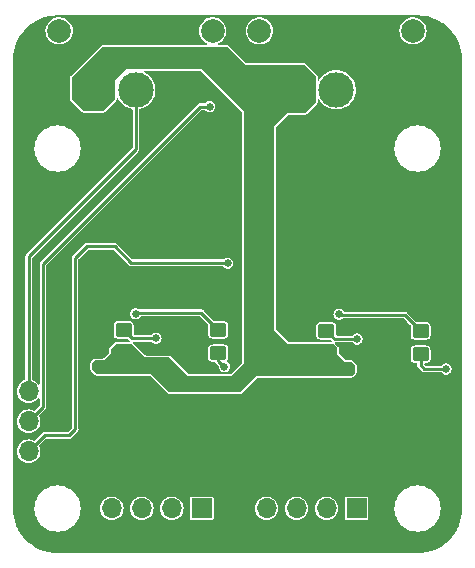
<source format=gbl>
G04 #@! TF.GenerationSoftware,KiCad,Pcbnew,7.0.1*
G04 #@! TF.CreationDate,2023-08-31T02:32:27+03:00*
G04 #@! TF.ProjectId,miranda-pdb,6d697261-6e64-4612-9d70-64622e6b6963,rev?*
G04 #@! TF.SameCoordinates,Original*
G04 #@! TF.FileFunction,Copper,L2,Bot*
G04 #@! TF.FilePolarity,Positive*
%FSLAX46Y46*%
G04 Gerber Fmt 4.6, Leading zero omitted, Abs format (unit mm)*
G04 Created by KiCad (PCBNEW 7.0.1) date 2023-08-31 02:32:27*
%MOMM*%
%LPD*%
G01*
G04 APERTURE LIST*
G04 Aperture macros list*
%AMRoundRect*
0 Rectangle with rounded corners*
0 $1 Rounding radius*
0 $2 $3 $4 $5 $6 $7 $8 $9 X,Y pos of 4 corners*
0 Add a 4 corners polygon primitive as box body*
4,1,4,$2,$3,$4,$5,$6,$7,$8,$9,$2,$3,0*
0 Add four circle primitives for the rounded corners*
1,1,$1+$1,$2,$3*
1,1,$1+$1,$4,$5*
1,1,$1+$1,$6,$7*
1,1,$1+$1,$8,$9*
0 Add four rect primitives between the rounded corners*
20,1,$1+$1,$2,$3,$4,$5,0*
20,1,$1+$1,$4,$5,$6,$7,0*
20,1,$1+$1,$6,$7,$8,$9,0*
20,1,$1+$1,$8,$9,$2,$3,0*%
G04 Aperture macros list end*
G04 #@! TA.AperFunction,ComponentPad*
%ADD10R,1.700000X1.700000*%
G04 #@! TD*
G04 #@! TA.AperFunction,ComponentPad*
%ADD11O,1.700000X1.700000*%
G04 #@! TD*
G04 #@! TA.AperFunction,ComponentPad*
%ADD12C,2.000000*%
G04 #@! TD*
G04 #@! TA.AperFunction,ComponentPad*
%ADD13C,3.000000*%
G04 #@! TD*
G04 #@! TA.AperFunction,SMDPad,CuDef*
%ADD14RoundRect,0.250000X0.450000X-0.350000X0.450000X0.350000X-0.450000X0.350000X-0.450000X-0.350000X0*%
G04 #@! TD*
G04 #@! TA.AperFunction,SMDPad,CuDef*
%ADD15RoundRect,0.250000X-0.450000X0.350000X-0.450000X-0.350000X0.450000X-0.350000X0.450000X0.350000X0*%
G04 #@! TD*
G04 #@! TA.AperFunction,ViaPad*
%ADD16C,0.650000*%
G04 #@! TD*
G04 #@! TA.AperFunction,Conductor*
%ADD17C,0.250000*%
G04 #@! TD*
G04 APERTURE END LIST*
D10*
X83780400Y-124699000D03*
D11*
X81240400Y-124699000D03*
X83780400Y-122159000D03*
X81240400Y-122159000D03*
X83780400Y-119619000D03*
X81240400Y-119619000D03*
D10*
X109006800Y-129528800D03*
D11*
X109006800Y-132068800D03*
X106466800Y-129528800D03*
X106466800Y-132068800D03*
X103926800Y-129528800D03*
X103926800Y-132068800D03*
X101386800Y-129528800D03*
X101386800Y-132068800D03*
D10*
X95900400Y-129528800D03*
D11*
X95900400Y-132068800D03*
X93360400Y-129528800D03*
X93360400Y-132068800D03*
X90820400Y-129528800D03*
X90820400Y-132068800D03*
X88280400Y-129528800D03*
X88280400Y-132068800D03*
D12*
X100789600Y-89086000D03*
X113789600Y-89086000D03*
D13*
X103789600Y-94086000D03*
X107289600Y-94086000D03*
X110789600Y-94086000D03*
D12*
X83827600Y-89081600D03*
X96827600Y-89081600D03*
D13*
X86827600Y-94081600D03*
X90327600Y-94081600D03*
X93827600Y-94081600D03*
D14*
X89280999Y-116406801D03*
X89280999Y-114406801D03*
D15*
X106451399Y-114483001D03*
X106451399Y-116483001D03*
X97307400Y-116397400D03*
X97307400Y-114397400D03*
X114427000Y-114483001D03*
X114427000Y-116483001D03*
D16*
X87934800Y-109474000D03*
X87934800Y-108610400D03*
X86817200Y-108610399D03*
X86817200Y-110337600D03*
X87934800Y-110337600D03*
X86817200Y-109474000D03*
X87934800Y-111201200D03*
X86817200Y-111201201D03*
X109982000Y-111252000D03*
X111099600Y-111252000D03*
X109982000Y-110388400D03*
X111099600Y-110388400D03*
X109982000Y-109524800D03*
X111099600Y-109524800D03*
X111099600Y-108661200D03*
X109982000Y-108661200D03*
X102412800Y-119938800D03*
X98094800Y-108762800D03*
X96570800Y-95504000D03*
X108813600Y-109016800D03*
X116941600Y-123190000D03*
X116941600Y-125831600D03*
X116941600Y-124510800D03*
X99771200Y-123291600D03*
X99771200Y-124612400D03*
X99771200Y-125933200D03*
X100482400Y-104190800D03*
X101346000Y-103378000D03*
X100431600Y-102514400D03*
X101295200Y-101904800D03*
X100431600Y-101041200D03*
X101346000Y-100330000D03*
X100431600Y-99517200D03*
X101396800Y-98704400D03*
X100431600Y-97993200D03*
X86258400Y-118618000D03*
X104495600Y-117754400D03*
X105511600Y-117754400D03*
X106476800Y-117754400D03*
X107442000Y-117754400D03*
X108305600Y-117754400D03*
X90932000Y-117602000D03*
X89966800Y-117602000D03*
X89052400Y-117551200D03*
X88138000Y-117551200D03*
X87223600Y-117551200D03*
X105181400Y-113908201D03*
X105943401Y-113349400D03*
X112953799Y-117616601D03*
X111887000Y-117616601D03*
X109042200Y-115178200D03*
X94716600Y-117565800D03*
X87350600Y-113197001D03*
X88823799Y-113197001D03*
X95783400Y-117565801D03*
X92024199Y-115127401D03*
X90297000Y-113044601D03*
X97815401Y-117515001D03*
X107518199Y-113095401D03*
X116586000Y-117718200D03*
X116408200Y-113349401D03*
X98424999Y-115432201D03*
D17*
X82597000Y-123342400D02*
X81240400Y-124699000D01*
X84683600Y-123342400D02*
X82597000Y-123342400D01*
X85191600Y-108305600D02*
X85191600Y-122834400D01*
X86156800Y-107340400D02*
X85191600Y-108305600D01*
X85191600Y-122834400D02*
X84683600Y-123342400D01*
X89916000Y-108712000D02*
X88544400Y-107340400D01*
X98044000Y-108712000D02*
X89916000Y-108712000D01*
X98094800Y-108762800D02*
X98044000Y-108712000D01*
X88544400Y-107340400D02*
X86156800Y-107340400D01*
X97307400Y-117007000D02*
X97307399Y-116397401D01*
X97815401Y-117515001D02*
X97307400Y-117007000D01*
X82448400Y-120951000D02*
X81240400Y-122159000D01*
X82448400Y-108813600D02*
X82448400Y-120951000D01*
X95758000Y-95504000D02*
X82448400Y-108813600D01*
X96570800Y-95504000D02*
X95758000Y-95504000D01*
X90327600Y-99105600D02*
X90327600Y-94081600D01*
X81240400Y-108192800D02*
X90327600Y-99105600D01*
X81240400Y-119619000D02*
X81240400Y-108192800D01*
X109042200Y-115178200D02*
X107146600Y-115178200D01*
X107146600Y-115178200D02*
X106451399Y-114482999D01*
X95852999Y-112943001D02*
X97307399Y-114397401D01*
X90398600Y-112943001D02*
X95852999Y-112943001D01*
X90297000Y-113044601D02*
X90398600Y-112943001D01*
X92024199Y-115127401D02*
X90001600Y-115127401D01*
X90001600Y-115127401D02*
X89281000Y-114406800D01*
X113090199Y-113146201D02*
X114427000Y-114483001D01*
X107568999Y-113146201D02*
X113090199Y-113146201D01*
X107518199Y-113095401D02*
X107568999Y-113146201D01*
X114731799Y-117718201D02*
X114427000Y-117413401D01*
X116586000Y-117718200D02*
X114731799Y-117718201D01*
X114427000Y-117413401D02*
X114427000Y-116483001D01*
G04 #@! TA.AperFunction,Conductor*
G36*
X114200211Y-87778188D02*
G01*
X114563673Y-87796044D01*
X114570871Y-87796753D01*
X114929029Y-87849882D01*
X114936151Y-87851299D01*
X115287356Y-87939271D01*
X115294306Y-87941379D01*
X115375077Y-87970279D01*
X115635210Y-88063355D01*
X115641912Y-88066131D01*
X115969218Y-88220936D01*
X115975608Y-88224351D01*
X116249966Y-88388794D01*
X116286174Y-88410497D01*
X116292212Y-88414532D01*
X116583029Y-88630217D01*
X116588628Y-88634813D01*
X116856902Y-88877962D01*
X116862037Y-88883097D01*
X117105181Y-89151364D01*
X117109788Y-89156977D01*
X117325467Y-89447787D01*
X117329502Y-89453825D01*
X117515644Y-89764383D01*
X117519067Y-89770788D01*
X117673866Y-90098084D01*
X117676645Y-90104793D01*
X117798620Y-90445693D01*
X117800728Y-90452643D01*
X117888700Y-90803848D01*
X117890117Y-90810970D01*
X117943244Y-91169113D01*
X117943956Y-91176340D01*
X117961811Y-91539788D01*
X117961900Y-91543419D01*
X117961900Y-129538181D01*
X117961811Y-129541812D01*
X117943956Y-129905259D01*
X117943244Y-129912486D01*
X117890117Y-130270629D01*
X117888700Y-130277751D01*
X117800728Y-130628956D01*
X117798620Y-130635906D01*
X117676645Y-130976806D01*
X117673866Y-130983515D01*
X117519067Y-131310811D01*
X117515644Y-131317216D01*
X117329502Y-131627774D01*
X117325467Y-131633812D01*
X117109788Y-131924622D01*
X117105181Y-131930235D01*
X116862037Y-132198502D01*
X116856902Y-132203637D01*
X116588635Y-132446781D01*
X116583022Y-132451388D01*
X116292212Y-132667067D01*
X116286174Y-132671102D01*
X115975616Y-132857244D01*
X115969211Y-132860667D01*
X115641915Y-133015466D01*
X115635206Y-133018245D01*
X115294306Y-133140220D01*
X115287356Y-133142328D01*
X114936151Y-133230300D01*
X114929029Y-133231717D01*
X114570886Y-133284844D01*
X114563659Y-133285556D01*
X114200212Y-133303411D01*
X114196581Y-133303500D01*
X83669419Y-133303500D01*
X83665788Y-133303411D01*
X83302340Y-133285556D01*
X83295113Y-133284844D01*
X82936970Y-133231717D01*
X82929848Y-133230300D01*
X82578643Y-133142328D01*
X82571693Y-133140220D01*
X82230793Y-133018245D01*
X82224084Y-133015466D01*
X81896788Y-132860667D01*
X81890383Y-132857244D01*
X81579825Y-132671102D01*
X81573787Y-132667067D01*
X81282977Y-132451388D01*
X81277364Y-132446781D01*
X81009097Y-132203637D01*
X81003962Y-132198502D01*
X80832364Y-132009173D01*
X80760813Y-131930228D01*
X80756217Y-131924629D01*
X80540532Y-131633812D01*
X80536497Y-131627774D01*
X80410303Y-131417233D01*
X80350351Y-131317208D01*
X80346932Y-131310811D01*
X80344087Y-131304796D01*
X80192131Y-130983512D01*
X80189354Y-130976806D01*
X80158473Y-130890500D01*
X80067379Y-130635906D01*
X80065271Y-130628956D01*
X79977299Y-130277751D01*
X79975882Y-130270629D01*
X79922753Y-129912471D01*
X79922044Y-129905273D01*
X79904188Y-129541811D01*
X79904144Y-129540000D01*
X81736514Y-129540000D01*
X81756428Y-129818432D01*
X81815766Y-130091207D01*
X81913319Y-130352755D01*
X82047097Y-130597752D01*
X82047100Y-130597756D01*
X82214387Y-130821225D01*
X82411775Y-131018613D01*
X82635244Y-131185900D01*
X82635247Y-131185902D01*
X82880244Y-131319680D01*
X82880247Y-131319681D01*
X83141794Y-131417234D01*
X83414563Y-131476571D01*
X83693000Y-131496485D01*
X83971437Y-131476571D01*
X84244206Y-131417234D01*
X84505753Y-131319681D01*
X84750756Y-131185900D01*
X84974225Y-131018613D01*
X85171613Y-130821225D01*
X85338900Y-130597756D01*
X85472681Y-130352753D01*
X85570234Y-130091206D01*
X85629571Y-129818437D01*
X85649485Y-129540000D01*
X85648684Y-129528800D01*
X87275059Y-129528800D01*
X87294376Y-129724932D01*
X87351586Y-129913528D01*
X87398037Y-130000432D01*
X87444490Y-130087338D01*
X87569517Y-130239683D01*
X87721862Y-130364710D01*
X87895673Y-130457614D01*
X88084268Y-130514824D01*
X88280400Y-130534141D01*
X88476532Y-130514824D01*
X88665127Y-130457614D01*
X88838938Y-130364710D01*
X88991283Y-130239683D01*
X89116310Y-130087338D01*
X89209214Y-129913527D01*
X89266424Y-129724932D01*
X89285741Y-129528800D01*
X89815059Y-129528800D01*
X89834376Y-129724932D01*
X89891586Y-129913528D01*
X89938037Y-130000432D01*
X89984490Y-130087338D01*
X90109517Y-130239683D01*
X90261862Y-130364710D01*
X90435673Y-130457614D01*
X90624268Y-130514824D01*
X90820400Y-130534141D01*
X91016532Y-130514824D01*
X91205127Y-130457614D01*
X91378938Y-130364710D01*
X91531283Y-130239683D01*
X91656310Y-130087338D01*
X91749214Y-129913527D01*
X91806424Y-129724932D01*
X91825741Y-129528800D01*
X92355059Y-129528800D01*
X92374376Y-129724932D01*
X92431586Y-129913528D01*
X92478037Y-130000432D01*
X92524490Y-130087338D01*
X92649517Y-130239683D01*
X92801862Y-130364710D01*
X92975673Y-130457614D01*
X93164268Y-130514824D01*
X93360400Y-130534141D01*
X93556532Y-130514824D01*
X93745127Y-130457614D01*
X93864851Y-130393620D01*
X94899900Y-130393620D01*
X94908633Y-130437522D01*
X94941896Y-130487304D01*
X94991678Y-130520567D01*
X95035580Y-130529300D01*
X96765219Y-130529300D01*
X96765220Y-130529300D01*
X96809122Y-130520567D01*
X96858904Y-130487304D01*
X96892167Y-130437522D01*
X96900900Y-130393620D01*
X96900900Y-129528800D01*
X100381459Y-129528800D01*
X100400776Y-129724932D01*
X100457986Y-129913528D01*
X100504437Y-130000432D01*
X100550890Y-130087338D01*
X100675917Y-130239683D01*
X100828262Y-130364710D01*
X101002073Y-130457614D01*
X101190668Y-130514824D01*
X101386800Y-130534141D01*
X101582932Y-130514824D01*
X101771527Y-130457614D01*
X101945338Y-130364710D01*
X102097683Y-130239683D01*
X102222710Y-130087338D01*
X102315614Y-129913527D01*
X102372824Y-129724932D01*
X102392141Y-129528800D01*
X102921459Y-129528800D01*
X102940776Y-129724932D01*
X102997986Y-129913528D01*
X103044437Y-130000432D01*
X103090890Y-130087338D01*
X103215917Y-130239683D01*
X103368262Y-130364710D01*
X103542073Y-130457614D01*
X103730668Y-130514824D01*
X103926800Y-130534141D01*
X104122932Y-130514824D01*
X104311527Y-130457614D01*
X104485338Y-130364710D01*
X104637683Y-130239683D01*
X104762710Y-130087338D01*
X104855614Y-129913527D01*
X104912824Y-129724932D01*
X104932141Y-129528800D01*
X105461459Y-129528800D01*
X105480776Y-129724932D01*
X105537986Y-129913528D01*
X105584437Y-130000432D01*
X105630890Y-130087338D01*
X105755917Y-130239683D01*
X105908262Y-130364710D01*
X106082073Y-130457614D01*
X106270668Y-130514824D01*
X106466800Y-130534141D01*
X106662932Y-130514824D01*
X106851527Y-130457614D01*
X106971251Y-130393620D01*
X108006300Y-130393620D01*
X108015033Y-130437522D01*
X108048296Y-130487304D01*
X108098078Y-130520567D01*
X108141980Y-130529300D01*
X109871619Y-130529300D01*
X109871620Y-130529300D01*
X109915522Y-130520567D01*
X109965304Y-130487304D01*
X109998567Y-130437522D01*
X110007300Y-130393620D01*
X110007300Y-129540000D01*
X112216514Y-129540000D01*
X112236428Y-129818432D01*
X112295766Y-130091207D01*
X112393319Y-130352755D01*
X112527097Y-130597752D01*
X112527100Y-130597756D01*
X112694387Y-130821225D01*
X112891775Y-131018613D01*
X113115244Y-131185900D01*
X113115247Y-131185902D01*
X113360244Y-131319680D01*
X113360247Y-131319681D01*
X113621794Y-131417234D01*
X113894563Y-131476571D01*
X114173000Y-131496485D01*
X114451437Y-131476571D01*
X114724206Y-131417234D01*
X114985753Y-131319681D01*
X115230756Y-131185900D01*
X115454225Y-131018613D01*
X115651613Y-130821225D01*
X115818900Y-130597756D01*
X115952681Y-130352753D01*
X116050234Y-130091206D01*
X116109571Y-129818437D01*
X116129485Y-129540000D01*
X116109571Y-129261563D01*
X116050234Y-128988794D01*
X115952681Y-128727247D01*
X115952680Y-128727244D01*
X115818902Y-128482247D01*
X115735199Y-128370433D01*
X115651613Y-128258775D01*
X115454225Y-128061387D01*
X115230756Y-127894100D01*
X115230752Y-127894097D01*
X114985755Y-127760319D01*
X114724207Y-127662766D01*
X114451432Y-127603428D01*
X114173000Y-127583514D01*
X113894567Y-127603428D01*
X113621792Y-127662766D01*
X113360244Y-127760319D01*
X113115247Y-127894097D01*
X112891775Y-128061387D01*
X112694387Y-128258775D01*
X112527097Y-128482247D01*
X112393319Y-128727244D01*
X112295766Y-128988792D01*
X112236428Y-129261567D01*
X112216514Y-129540000D01*
X110007300Y-129540000D01*
X110007300Y-128663980D01*
X109998567Y-128620078D01*
X109965304Y-128570296D01*
X109915522Y-128537033D01*
X109871620Y-128528300D01*
X108141980Y-128528300D01*
X108098078Y-128537033D01*
X108048296Y-128570296D01*
X108015033Y-128620078D01*
X108006300Y-128663980D01*
X108006300Y-130393620D01*
X106971251Y-130393620D01*
X107025338Y-130364710D01*
X107177683Y-130239683D01*
X107302710Y-130087338D01*
X107395614Y-129913527D01*
X107452824Y-129724932D01*
X107472141Y-129528800D01*
X107452824Y-129332668D01*
X107395614Y-129144073D01*
X107302710Y-128970262D01*
X107177683Y-128817917D01*
X107025338Y-128692890D01*
X106938432Y-128646437D01*
X106851528Y-128599986D01*
X106662932Y-128542776D01*
X106466800Y-128523459D01*
X106270667Y-128542776D01*
X106082071Y-128599986D01*
X105908262Y-128692890D01*
X105755917Y-128817917D01*
X105630890Y-128970262D01*
X105537986Y-129144071D01*
X105480776Y-129332667D01*
X105461459Y-129528800D01*
X104932141Y-129528800D01*
X104912824Y-129332668D01*
X104855614Y-129144073D01*
X104762710Y-128970262D01*
X104637683Y-128817917D01*
X104485338Y-128692890D01*
X104398432Y-128646437D01*
X104311528Y-128599986D01*
X104122932Y-128542776D01*
X103926800Y-128523459D01*
X103730667Y-128542776D01*
X103542071Y-128599986D01*
X103368262Y-128692890D01*
X103215917Y-128817917D01*
X103090890Y-128970262D01*
X102997986Y-129144071D01*
X102940776Y-129332667D01*
X102921459Y-129528800D01*
X102392141Y-129528800D01*
X102372824Y-129332668D01*
X102315614Y-129144073D01*
X102222710Y-128970262D01*
X102097683Y-128817917D01*
X101945338Y-128692890D01*
X101858432Y-128646437D01*
X101771528Y-128599986D01*
X101582932Y-128542776D01*
X101386800Y-128523459D01*
X101190667Y-128542776D01*
X101002071Y-128599986D01*
X100828262Y-128692890D01*
X100675917Y-128817917D01*
X100550890Y-128970262D01*
X100457986Y-129144071D01*
X100400776Y-129332667D01*
X100381459Y-129528800D01*
X96900900Y-129528800D01*
X96900900Y-128663980D01*
X96892167Y-128620078D01*
X96858904Y-128570296D01*
X96809122Y-128537033D01*
X96765220Y-128528300D01*
X95035580Y-128528300D01*
X94991678Y-128537033D01*
X94941896Y-128570296D01*
X94908633Y-128620078D01*
X94899900Y-128663980D01*
X94899900Y-130393620D01*
X93864851Y-130393620D01*
X93918938Y-130364710D01*
X94071283Y-130239683D01*
X94196310Y-130087338D01*
X94289214Y-129913527D01*
X94346424Y-129724932D01*
X94365741Y-129528800D01*
X94346424Y-129332668D01*
X94289214Y-129144073D01*
X94196310Y-128970262D01*
X94071283Y-128817917D01*
X93918938Y-128692890D01*
X93832032Y-128646437D01*
X93745128Y-128599986D01*
X93556532Y-128542776D01*
X93360400Y-128523459D01*
X93164267Y-128542776D01*
X92975671Y-128599986D01*
X92801862Y-128692890D01*
X92649517Y-128817917D01*
X92524490Y-128970262D01*
X92431586Y-129144071D01*
X92374376Y-129332667D01*
X92355059Y-129528800D01*
X91825741Y-129528800D01*
X91806424Y-129332668D01*
X91749214Y-129144073D01*
X91656310Y-128970262D01*
X91531283Y-128817917D01*
X91378938Y-128692890D01*
X91292032Y-128646437D01*
X91205128Y-128599986D01*
X91016532Y-128542776D01*
X90820400Y-128523459D01*
X90624267Y-128542776D01*
X90435671Y-128599986D01*
X90261862Y-128692890D01*
X90109517Y-128817917D01*
X89984490Y-128970262D01*
X89891586Y-129144071D01*
X89834376Y-129332667D01*
X89815059Y-129528800D01*
X89285741Y-129528800D01*
X89266424Y-129332668D01*
X89209214Y-129144073D01*
X89116310Y-128970262D01*
X88991283Y-128817917D01*
X88838938Y-128692890D01*
X88752032Y-128646437D01*
X88665128Y-128599986D01*
X88476532Y-128542776D01*
X88280400Y-128523459D01*
X88084267Y-128542776D01*
X87895671Y-128599986D01*
X87721862Y-128692890D01*
X87569517Y-128817917D01*
X87444490Y-128970262D01*
X87351586Y-129144071D01*
X87294376Y-129332667D01*
X87275059Y-129528800D01*
X85648684Y-129528800D01*
X85629571Y-129261563D01*
X85570234Y-128988794D01*
X85472681Y-128727247D01*
X85472680Y-128727244D01*
X85338902Y-128482247D01*
X85255199Y-128370433D01*
X85171613Y-128258775D01*
X84974225Y-128061387D01*
X84750756Y-127894100D01*
X84750752Y-127894097D01*
X84505755Y-127760319D01*
X84244207Y-127662766D01*
X83971432Y-127603428D01*
X83693000Y-127583514D01*
X83414567Y-127603428D01*
X83141792Y-127662766D01*
X82880244Y-127760319D01*
X82635247Y-127894097D01*
X82411775Y-128061387D01*
X82214387Y-128258775D01*
X82047097Y-128482247D01*
X81913319Y-128727244D01*
X81815766Y-128988792D01*
X81756428Y-129261567D01*
X81736514Y-129540000D01*
X79904144Y-129540000D01*
X79904100Y-129538181D01*
X79904100Y-124699000D01*
X80235059Y-124699000D01*
X80254376Y-124895132D01*
X80311586Y-125083728D01*
X80358037Y-125170632D01*
X80404490Y-125257538D01*
X80529517Y-125409883D01*
X80681862Y-125534910D01*
X80855673Y-125627814D01*
X81044268Y-125685024D01*
X81240400Y-125704341D01*
X81436532Y-125685024D01*
X81625127Y-125627814D01*
X81798938Y-125534910D01*
X81951283Y-125409883D01*
X82076310Y-125257538D01*
X82169214Y-125083727D01*
X82226424Y-124895132D01*
X82245741Y-124699000D01*
X82226424Y-124502868D01*
X82169214Y-124314273D01*
X82141277Y-124262008D01*
X82133341Y-124216268D01*
X82154212Y-124174802D01*
X82689441Y-123639574D01*
X82713449Y-123623533D01*
X82741768Y-123617900D01*
X84649180Y-123617900D01*
X84663615Y-123619321D01*
X84683600Y-123623297D01*
X84710732Y-123617900D01*
X84710733Y-123617900D01*
X84791095Y-123601915D01*
X84833065Y-123573871D01*
X84859222Y-123556394D01*
X84859222Y-123556392D01*
X84867237Y-123551038D01*
X84867239Y-123551036D01*
X84882224Y-123541024D01*
X84893548Y-123524076D01*
X84902741Y-123512874D01*
X85362073Y-123053541D01*
X85373281Y-123044344D01*
X85390224Y-123033024D01*
X85415692Y-122994910D01*
X85451115Y-122941895D01*
X85451114Y-122941895D01*
X85458494Y-122930850D01*
X85456280Y-122915924D01*
X85468522Y-122854384D01*
X85468522Y-122854379D01*
X85472496Y-122834399D01*
X85468522Y-122814421D01*
X85467100Y-122799984D01*
X85467100Y-113044601D01*
X89816610Y-113044601D01*
X89836068Y-113179942D01*
X89892870Y-113304320D01*
X89982410Y-113407656D01*
X90013031Y-113427334D01*
X90097439Y-113481579D01*
X90141170Y-113494419D01*
X90228631Y-113520101D01*
X90228633Y-113520101D01*
X90365367Y-113520101D01*
X90365369Y-113520101D01*
X90430964Y-113500839D01*
X90496561Y-113481579D01*
X90611589Y-113407656D01*
X90701130Y-113304319D01*
X90720566Y-113261759D01*
X90747872Y-113230248D01*
X90787879Y-113218501D01*
X95708231Y-113218501D01*
X95736550Y-113224134D01*
X95760557Y-113240175D01*
X96441089Y-113920707D01*
X96459141Y-113950165D01*
X96461852Y-113984607D01*
X96456900Y-114015878D01*
X96456900Y-114778918D01*
X96471753Y-114872703D01*
X96527194Y-114981512D01*
X96529350Y-114985742D01*
X96619058Y-115075450D01*
X96732096Y-115133046D01*
X96825881Y-115147900D01*
X97788918Y-115147899D01*
X97882704Y-115133046D01*
X97995742Y-115075450D01*
X98085450Y-114985742D01*
X98143046Y-114872704D01*
X98157900Y-114778919D01*
X98157899Y-114015882D01*
X98157898Y-114015878D01*
X98143046Y-113922096D01*
X98129067Y-113894661D01*
X98085450Y-113809058D01*
X97995742Y-113719350D01*
X97995739Y-113719348D01*
X97882705Y-113661754D01*
X97788919Y-113646900D01*
X96977166Y-113646900D01*
X96948847Y-113641267D01*
X96924840Y-113625226D01*
X96072144Y-112772530D01*
X96062941Y-112761316D01*
X96051623Y-112744377D01*
X96034678Y-112733054D01*
X96034673Y-112733050D01*
X96002464Y-112711529D01*
X95960493Y-112683485D01*
X95872986Y-112666079D01*
X95872982Y-112666079D01*
X95852999Y-112662104D01*
X95833014Y-112666079D01*
X95818579Y-112667501D01*
X90611462Y-112667501D01*
X90571455Y-112655754D01*
X90496559Y-112607622D01*
X90365369Y-112569101D01*
X90365367Y-112569101D01*
X90228633Y-112569101D01*
X90228631Y-112569101D01*
X90097440Y-112607622D01*
X89982410Y-112681545D01*
X89892870Y-112784881D01*
X89836068Y-112909259D01*
X89816610Y-113044601D01*
X85467100Y-113044601D01*
X85467100Y-108450368D01*
X85472733Y-108422049D01*
X85488774Y-108398042D01*
X86249242Y-107637574D01*
X86273249Y-107621533D01*
X86301568Y-107615900D01*
X88399632Y-107615900D01*
X88427951Y-107621533D01*
X88451958Y-107637574D01*
X89696854Y-108882470D01*
X89706052Y-108893677D01*
X89717376Y-108910624D01*
X89731487Y-108920053D01*
X89734316Y-108921943D01*
X89734318Y-108921945D01*
X89740378Y-108925994D01*
X89808505Y-108971515D01*
X89896016Y-108988922D01*
X89915999Y-108992897D01*
X89915999Y-108992896D01*
X89916000Y-108992897D01*
X89935984Y-108988921D01*
X89950420Y-108987500D01*
X97627121Y-108987500D01*
X97667133Y-108999250D01*
X97681773Y-109016149D01*
X97683703Y-109014478D01*
X97780210Y-109125855D01*
X97837725Y-109162816D01*
X97895239Y-109199778D01*
X97938970Y-109212618D01*
X98026431Y-109238300D01*
X98026433Y-109238300D01*
X98163167Y-109238300D01*
X98163169Y-109238300D01*
X98228763Y-109219039D01*
X98294361Y-109199778D01*
X98409389Y-109125855D01*
X98498930Y-109022518D01*
X98555731Y-108898142D01*
X98575190Y-108762800D01*
X98555731Y-108627458D01*
X98498930Y-108503082D01*
X98498929Y-108503081D01*
X98498929Y-108503080D01*
X98409389Y-108399744D01*
X98294359Y-108325821D01*
X98163169Y-108287300D01*
X98163167Y-108287300D01*
X98026433Y-108287300D01*
X98026431Y-108287300D01*
X97895240Y-108325821D01*
X97780211Y-108399744D01*
X97770494Y-108410959D01*
X97745309Y-108429813D01*
X97714568Y-108436500D01*
X90060768Y-108436500D01*
X90032449Y-108430867D01*
X90008442Y-108414826D01*
X88763545Y-107169929D01*
X88754342Y-107158715D01*
X88743024Y-107141776D01*
X88726079Y-107130453D01*
X88726074Y-107130449D01*
X88693865Y-107108928D01*
X88651894Y-107080884D01*
X88564387Y-107063478D01*
X88564383Y-107063478D01*
X88544400Y-107059503D01*
X88524415Y-107063478D01*
X88509980Y-107064900D01*
X86191220Y-107064900D01*
X86176784Y-107063478D01*
X86156800Y-107059503D01*
X86136817Y-107063478D01*
X86136812Y-107063478D01*
X86049303Y-107080884D01*
X86007334Y-107108927D01*
X86007333Y-107108927D01*
X86007334Y-107108928D01*
X85981178Y-107126406D01*
X85981177Y-107126406D01*
X85958175Y-107141775D01*
X85946854Y-107158718D01*
X85937653Y-107169929D01*
X85021129Y-108086453D01*
X85009919Y-108095653D01*
X84992976Y-108106975D01*
X84936133Y-108192045D01*
X84926932Y-108203257D01*
X84926123Y-108204065D01*
X84927705Y-108220124D01*
X84910702Y-108305599D01*
X84914678Y-108325582D01*
X84916100Y-108340020D01*
X84916100Y-122689632D01*
X84910467Y-122717951D01*
X84894426Y-122741958D01*
X84591158Y-123045226D01*
X84567151Y-123061267D01*
X84538832Y-123066900D01*
X82631420Y-123066900D01*
X82616984Y-123065478D01*
X82597000Y-123061503D01*
X82577017Y-123065478D01*
X82577014Y-123065478D01*
X82489504Y-123082885D01*
X82472998Y-123093915D01*
X82472996Y-123093916D01*
X82425240Y-123125823D01*
X82425239Y-123125826D01*
X82398375Y-123143776D01*
X82387054Y-123160718D01*
X82377853Y-123171929D01*
X81764598Y-123785184D01*
X81723130Y-123806057D01*
X81677389Y-123798120D01*
X81625130Y-123770187D01*
X81436532Y-123712976D01*
X81240400Y-123693659D01*
X81044267Y-123712976D01*
X80855671Y-123770186D01*
X80681862Y-123863090D01*
X80529517Y-123988117D01*
X80404490Y-124140462D01*
X80311586Y-124314271D01*
X80254376Y-124502867D01*
X80235059Y-124699000D01*
X79904100Y-124699000D01*
X79904100Y-122159000D01*
X80235059Y-122159000D01*
X80254376Y-122355132D01*
X80311586Y-122543728D01*
X80358038Y-122630632D01*
X80404490Y-122717538D01*
X80529517Y-122869883D01*
X80681862Y-122994910D01*
X80855673Y-123087814D01*
X81044268Y-123145024D01*
X81240400Y-123164341D01*
X81436532Y-123145024D01*
X81625127Y-123087814D01*
X81798938Y-122994910D01*
X81951283Y-122869883D01*
X82076310Y-122717538D01*
X82169214Y-122543727D01*
X82226424Y-122355132D01*
X82245741Y-122159000D01*
X82226424Y-121962868D01*
X82169214Y-121774273D01*
X82141277Y-121722008D01*
X82133341Y-121676268D01*
X82154212Y-121634802D01*
X82618873Y-121170141D01*
X82630081Y-121160944D01*
X82647024Y-121149624D01*
X82707915Y-121058495D01*
X82723900Y-120978133D01*
X82723900Y-120978132D01*
X82729297Y-120951000D01*
X82725321Y-120931015D01*
X82723900Y-120916580D01*
X82723900Y-108958368D01*
X82729533Y-108930049D01*
X82745574Y-108906042D01*
X95850442Y-95801174D01*
X95874449Y-95785133D01*
X95902768Y-95779500D01*
X96146550Y-95779500D01*
X96177291Y-95786187D01*
X96202476Y-95805041D01*
X96256210Y-95867055D01*
X96313724Y-95904016D01*
X96371239Y-95940978D01*
X96412645Y-95953136D01*
X96502431Y-95979500D01*
X96502433Y-95979500D01*
X96639167Y-95979500D01*
X96639169Y-95979500D01*
X96704764Y-95960238D01*
X96770361Y-95940978D01*
X96885389Y-95867055D01*
X96974930Y-95763718D01*
X97031731Y-95639342D01*
X97051190Y-95504000D01*
X97031731Y-95368658D01*
X96974930Y-95244282D01*
X96974929Y-95244281D01*
X96974929Y-95244280D01*
X96885389Y-95140944D01*
X96770359Y-95067021D01*
X96639169Y-95028500D01*
X96639167Y-95028500D01*
X96502433Y-95028500D01*
X96502431Y-95028500D01*
X96371240Y-95067021D01*
X96256210Y-95140944D01*
X96202476Y-95202959D01*
X96177291Y-95221813D01*
X96146550Y-95228500D01*
X95792420Y-95228500D01*
X95777984Y-95227078D01*
X95758000Y-95223103D01*
X95738017Y-95227078D01*
X95738014Y-95227078D01*
X95650504Y-95244485D01*
X95638826Y-95252289D01*
X95638824Y-95252290D01*
X95586240Y-95287423D01*
X95586239Y-95287426D01*
X95559375Y-95305376D01*
X95548054Y-95322318D01*
X95538853Y-95333529D01*
X82277929Y-108594453D01*
X82266719Y-108603653D01*
X82249777Y-108614974D01*
X82188884Y-108706105D01*
X82177608Y-108762800D01*
X82177608Y-108762801D01*
X82167502Y-108813599D01*
X82171478Y-108833582D01*
X82172900Y-108848020D01*
X82172900Y-118971342D01*
X82159401Y-119013952D01*
X82123830Y-119041016D01*
X82079163Y-119042661D01*
X82041698Y-119018287D01*
X81951283Y-118908117D01*
X81798938Y-118783090D01*
X81712032Y-118736637D01*
X81625128Y-118690186D01*
X81599441Y-118682394D01*
X81568418Y-118672983D01*
X81530463Y-118646252D01*
X81515900Y-118602170D01*
X81515900Y-108337568D01*
X81521533Y-108309249D01*
X81537574Y-108285242D01*
X82763313Y-107059503D01*
X90498073Y-99324741D01*
X90509281Y-99315544D01*
X90526224Y-99304224D01*
X90553115Y-99263980D01*
X90587115Y-99213095D01*
X90595951Y-99168672D01*
X90603100Y-99132733D01*
X90603100Y-99132729D01*
X90608496Y-99105600D01*
X90604521Y-99085619D01*
X90603100Y-99071184D01*
X90603100Y-95771195D01*
X90618987Y-95725382D01*
X90659825Y-95699240D01*
X90839207Y-95656174D01*
X90839208Y-95656173D01*
X90839210Y-95656173D01*
X91079228Y-95556754D01*
X91300740Y-95421012D01*
X91498289Y-95252289D01*
X91667012Y-95054740D01*
X91802754Y-94833228D01*
X91902173Y-94593210D01*
X91962821Y-94340594D01*
X91983204Y-94081600D01*
X91962821Y-93822606D01*
X91903230Y-93574392D01*
X91902174Y-93569992D01*
X91890112Y-93540873D01*
X91802754Y-93329972D01*
X91667012Y-93108460D01*
X91656590Y-93096257D01*
X91498289Y-92910910D01*
X91300744Y-92742191D01*
X91300742Y-92742189D01*
X91300740Y-92742188D01*
X91079228Y-92606446D01*
X91079225Y-92606445D01*
X91079224Y-92606444D01*
X91072560Y-92603684D01*
X91067206Y-92601466D01*
X91030263Y-92567983D01*
X91022948Y-92518663D01*
X91048581Y-92475897D01*
X91095526Y-92459100D01*
X95764538Y-92459100D01*
X95792857Y-92464733D01*
X95816864Y-92480774D01*
X99289226Y-95953136D01*
X99305267Y-95977143D01*
X99310900Y-96005462D01*
X99310900Y-117151338D01*
X99305267Y-117179657D01*
X99289226Y-117203664D01*
X98356864Y-118136026D01*
X98332857Y-118152067D01*
X98304538Y-118157700D01*
X94837062Y-118157700D01*
X94808743Y-118152067D01*
X94784736Y-118136026D01*
X93427628Y-116778918D01*
X96456900Y-116778918D01*
X96471753Y-116872703D01*
X96521502Y-116970339D01*
X96529350Y-116985742D01*
X96619058Y-117075450D01*
X96732096Y-117133046D01*
X96825881Y-117147900D01*
X97030651Y-117147899D01*
X97065534Y-117156637D01*
X97092179Y-117180786D01*
X97108775Y-117205623D01*
X97125715Y-117216942D01*
X97136929Y-117226145D01*
X97320228Y-117409444D01*
X97338115Y-117438400D01*
X97341149Y-117472299D01*
X97335010Y-117514999D01*
X97354469Y-117650342D01*
X97411271Y-117774720D01*
X97500811Y-117878056D01*
X97558326Y-117915017D01*
X97615840Y-117951979D01*
X97659571Y-117964819D01*
X97747032Y-117990501D01*
X97747034Y-117990501D01*
X97883768Y-117990501D01*
X97883770Y-117990501D01*
X97949365Y-117971239D01*
X98014962Y-117951979D01*
X98129990Y-117878056D01*
X98219531Y-117774719D01*
X98276332Y-117650343D01*
X98295791Y-117515001D01*
X98276332Y-117379659D01*
X98219531Y-117255283D01*
X98219530Y-117255282D01*
X98219530Y-117255281D01*
X98129990Y-117151945D01*
X98078946Y-117119142D01*
X98050927Y-117086019D01*
X98046291Y-117042883D01*
X98066626Y-117004564D01*
X98085450Y-116985742D01*
X98143046Y-116872704D01*
X98157900Y-116778919D01*
X98157899Y-116015882D01*
X98156602Y-116007695D01*
X98143046Y-115922096D01*
X98129067Y-115894661D01*
X98085450Y-115809058D01*
X97995742Y-115719350D01*
X97995739Y-115719348D01*
X97882705Y-115661754D01*
X97831853Y-115653700D01*
X97788918Y-115646900D01*
X96825881Y-115646900D01*
X96732096Y-115661753D01*
X96619059Y-115719349D01*
X96529348Y-115809060D01*
X96471754Y-115922094D01*
X96456900Y-116015881D01*
X96456900Y-116778918D01*
X93427628Y-116778918D01*
X93298824Y-116650114D01*
X93275270Y-116630784D01*
X93251257Y-116614739D01*
X93195202Y-116591520D01*
X93166891Y-116585889D01*
X93166889Y-116585888D01*
X93166885Y-116585888D01*
X93136548Y-116582900D01*
X93136543Y-116582900D01*
X91179462Y-116582900D01*
X91151143Y-116577267D01*
X91127136Y-116561226D01*
X90095137Y-115529227D01*
X90074885Y-115491338D01*
X90079096Y-115448582D01*
X90106351Y-115415372D01*
X90147463Y-115402901D01*
X91599949Y-115402901D01*
X91630690Y-115409588D01*
X91655875Y-115428442D01*
X91709609Y-115490456D01*
X91744971Y-115513181D01*
X91824638Y-115564379D01*
X91868369Y-115577219D01*
X91955830Y-115602901D01*
X91955832Y-115602901D01*
X92092566Y-115602901D01*
X92092568Y-115602901D01*
X92170471Y-115580026D01*
X92223760Y-115564379D01*
X92338788Y-115490456D01*
X92428329Y-115387119D01*
X92485130Y-115262743D01*
X92504589Y-115127401D01*
X92485130Y-114992059D01*
X92428329Y-114867683D01*
X92428328Y-114867682D01*
X92428328Y-114867681D01*
X92338788Y-114764345D01*
X92223758Y-114690422D01*
X92092568Y-114651901D01*
X92092566Y-114651901D01*
X91955832Y-114651901D01*
X91955830Y-114651901D01*
X91824639Y-114690422D01*
X91709609Y-114764345D01*
X91655875Y-114826360D01*
X91630690Y-114845214D01*
X91599949Y-114851901D01*
X90205499Y-114851901D01*
X90168499Y-114841987D01*
X90141413Y-114814901D01*
X90131499Y-114777901D01*
X90131498Y-114025282D01*
X90116645Y-113931497D01*
X90097876Y-113894661D01*
X90059049Y-113818459D01*
X89969341Y-113728751D01*
X89969338Y-113728749D01*
X89856304Y-113671155D01*
X89796947Y-113661754D01*
X89762517Y-113656301D01*
X88799480Y-113656301D01*
X88705695Y-113671154D01*
X88592658Y-113728750D01*
X88502947Y-113818461D01*
X88445353Y-113931495D01*
X88430499Y-114025282D01*
X88430499Y-114788319D01*
X88445352Y-114882104D01*
X88498157Y-114985739D01*
X88502949Y-114995143D01*
X88592657Y-115084851D01*
X88705695Y-115142447D01*
X88799480Y-115157301D01*
X89611231Y-115157300D01*
X89639550Y-115162933D01*
X89663557Y-115178974D01*
X89772757Y-115288174D01*
X89793009Y-115326063D01*
X89788798Y-115368819D01*
X89761543Y-115402029D01*
X89720431Y-115414500D01*
X88676652Y-115414500D01*
X88646315Y-115417488D01*
X88646311Y-115417488D01*
X88646308Y-115417489D01*
X88617997Y-115423120D01*
X88561942Y-115446339D01*
X88537929Y-115462384D01*
X88514375Y-115481714D01*
X88100514Y-115895575D01*
X88081184Y-115919129D01*
X88065139Y-115943142D01*
X88041920Y-115999197D01*
X88036289Y-116027508D01*
X88033300Y-116057857D01*
X88033300Y-116338538D01*
X88027667Y-116366857D01*
X88011626Y-116390864D01*
X87587264Y-116815226D01*
X87563257Y-116831267D01*
X87534938Y-116836900D01*
X86898652Y-116836900D01*
X86868315Y-116839888D01*
X86868311Y-116839888D01*
X86868308Y-116839889D01*
X86839997Y-116845520D01*
X86783942Y-116868739D01*
X86759929Y-116884784D01*
X86736375Y-116904114D01*
X86525714Y-117114775D01*
X86506384Y-117138329D01*
X86490339Y-117162342D01*
X86467120Y-117218397D01*
X86462144Y-117243415D01*
X86461488Y-117246715D01*
X86459146Y-117270501D01*
X86458500Y-117277057D01*
X86458500Y-117723743D01*
X86461489Y-117754091D01*
X86467120Y-117782402D01*
X86490339Y-117838457D01*
X86506384Y-117862470D01*
X86525714Y-117886024D01*
X86888775Y-118249085D01*
X86912329Y-118268415D01*
X86912335Y-118268419D01*
X86936342Y-118284460D01*
X86992396Y-118307679D01*
X87020715Y-118313312D01*
X87051052Y-118316300D01*
X91548138Y-118316300D01*
X91576457Y-118321933D01*
X91600464Y-118337974D01*
X93035575Y-119773085D01*
X93059129Y-119792415D01*
X93059135Y-119792419D01*
X93083142Y-119808460D01*
X93139196Y-119831679D01*
X93167515Y-119837312D01*
X93197852Y-119840300D01*
X99129340Y-119840300D01*
X99129344Y-119840300D01*
X99159726Y-119837302D01*
X99159730Y-119837301D01*
X99159732Y-119837301D01*
X99188098Y-119831648D01*
X99244232Y-119808350D01*
X99244235Y-119808348D01*
X99268252Y-119792265D01*
X99268261Y-119792258D01*
X99291843Y-119772857D01*
X100570699Y-118490446D01*
X100594731Y-118474353D01*
X100623097Y-118468700D01*
X108528943Y-118468700D01*
X108528948Y-118468700D01*
X108559285Y-118465712D01*
X108587604Y-118460079D01*
X108643658Y-118436860D01*
X108667665Y-118420819D01*
X108691229Y-118401481D01*
X108952681Y-118140029D01*
X108972019Y-118116465D01*
X108988060Y-118092458D01*
X109011279Y-118036404D01*
X109016912Y-118008085D01*
X109019900Y-117977748D01*
X109019900Y-117480252D01*
X109016912Y-117449915D01*
X109011279Y-117421596D01*
X108988060Y-117365542D01*
X108972019Y-117341535D01*
X108972015Y-117341529D01*
X108952685Y-117317975D01*
X108640424Y-117005714D01*
X108616870Y-116986384D01*
X108592857Y-116970339D01*
X108536802Y-116947120D01*
X108508491Y-116941489D01*
X108508489Y-116941488D01*
X108508485Y-116941488D01*
X108478148Y-116938500D01*
X108478143Y-116938500D01*
X108095862Y-116938500D01*
X108067543Y-116932867D01*
X108043536Y-116916826D01*
X107991229Y-116864519D01*
X113576500Y-116864519D01*
X113591353Y-116958304D01*
X113634449Y-117042883D01*
X113648950Y-117071343D01*
X113738658Y-117161051D01*
X113851696Y-117218647D01*
X113945481Y-117233501D01*
X114077500Y-117233501D01*
X114114500Y-117243415D01*
X114141586Y-117270501D01*
X114151500Y-117307501D01*
X114151500Y-117378981D01*
X114150078Y-117393419D01*
X114146103Y-117413401D01*
X114150078Y-117433383D01*
X114150078Y-117433385D01*
X114167485Y-117520896D01*
X114181974Y-117542580D01*
X114181975Y-117542582D01*
X114210366Y-117585074D01*
X114228374Y-117612024D01*
X114245315Y-117623343D01*
X114256529Y-117632546D01*
X114512654Y-117888671D01*
X114521852Y-117899879D01*
X114533175Y-117916825D01*
X114550114Y-117928143D01*
X114550120Y-117928148D01*
X114556177Y-117932195D01*
X114624304Y-117977716D01*
X114731799Y-117999098D01*
X114749783Y-117995520D01*
X114751785Y-117995122D01*
X114766223Y-117993700D01*
X116161750Y-117993700D01*
X116192491Y-118000387D01*
X116217676Y-118019241D01*
X116271410Y-118081255D01*
X116288843Y-118092458D01*
X116386439Y-118155178D01*
X116430170Y-118168018D01*
X116517631Y-118193700D01*
X116517633Y-118193700D01*
X116654367Y-118193700D01*
X116654369Y-118193700D01*
X116719964Y-118174438D01*
X116785561Y-118155178D01*
X116900589Y-118081255D01*
X116990130Y-117977918D01*
X117046931Y-117853542D01*
X117066390Y-117718200D01*
X117046931Y-117582858D01*
X116990130Y-117458482D01*
X116990129Y-117458481D01*
X116990129Y-117458480D01*
X116900589Y-117355144D01*
X116785559Y-117281221D01*
X116654369Y-117242700D01*
X116654367Y-117242700D01*
X116517633Y-117242700D01*
X116517631Y-117242700D01*
X116386440Y-117281221D01*
X116271410Y-117355145D01*
X116217674Y-117417160D01*
X116192490Y-117436013D01*
X116161749Y-117442700D01*
X114876566Y-117442700D01*
X114848247Y-117437067D01*
X114824240Y-117421026D01*
X114763040Y-117359826D01*
X114742788Y-117321937D01*
X114746999Y-117279181D01*
X114774254Y-117245971D01*
X114815366Y-117233500D01*
X114908518Y-117233500D01*
X115002304Y-117218647D01*
X115115342Y-117161051D01*
X115205050Y-117071343D01*
X115262646Y-116958305D01*
X115277500Y-116864520D01*
X115277499Y-116101483D01*
X115265783Y-116027508D01*
X115262646Y-116007697D01*
X115258315Y-115999197D01*
X115205050Y-115894659D01*
X115115342Y-115804951D01*
X115115339Y-115804949D01*
X115002305Y-115747355D01*
X114955411Y-115739928D01*
X114908518Y-115732501D01*
X113945481Y-115732501D01*
X113851696Y-115747354D01*
X113738659Y-115804950D01*
X113648948Y-115894661D01*
X113591354Y-116007695D01*
X113576500Y-116101482D01*
X113576500Y-116864519D01*
X107991229Y-116864519D01*
X107568374Y-116441664D01*
X107552333Y-116417657D01*
X107546700Y-116389338D01*
X107546700Y-116007057D01*
X107545926Y-115999196D01*
X107543712Y-115976715D01*
X107538079Y-115948396D01*
X107514860Y-115892342D01*
X107498819Y-115868335D01*
X107498815Y-115868329D01*
X107479485Y-115844775D01*
X107214736Y-115580026D01*
X107194484Y-115542137D01*
X107198695Y-115499381D01*
X107225950Y-115466171D01*
X107267062Y-115453700D01*
X108617950Y-115453700D01*
X108648691Y-115460387D01*
X108673876Y-115479241D01*
X108727610Y-115541255D01*
X108763593Y-115564379D01*
X108842639Y-115615178D01*
X108886370Y-115628018D01*
X108973831Y-115653700D01*
X108973833Y-115653700D01*
X109110567Y-115653700D01*
X109110569Y-115653700D01*
X109176164Y-115634438D01*
X109241761Y-115615178D01*
X109356789Y-115541255D01*
X109446330Y-115437918D01*
X109503131Y-115313542D01*
X109522590Y-115178200D01*
X109503131Y-115042858D01*
X109446330Y-114918482D01*
X109446329Y-114918481D01*
X109446329Y-114918480D01*
X109356789Y-114815144D01*
X109241759Y-114741221D01*
X109110569Y-114702700D01*
X109110567Y-114702700D01*
X108973833Y-114702700D01*
X108973831Y-114702700D01*
X108842640Y-114741221D01*
X108727610Y-114815144D01*
X108673876Y-114877159D01*
X108648691Y-114896013D01*
X108617950Y-114902700D01*
X107375899Y-114902700D01*
X107338899Y-114892786D01*
X107311813Y-114865700D01*
X107301899Y-114828700D01*
X107301898Y-114101482D01*
X107287045Y-114007697D01*
X107229450Y-113894661D01*
X107229449Y-113894659D01*
X107139741Y-113804951D01*
X107139738Y-113804949D01*
X107026704Y-113747355D01*
X106979810Y-113739927D01*
X106932917Y-113732501D01*
X105969880Y-113732501D01*
X105876095Y-113747354D01*
X105763058Y-113804950D01*
X105673347Y-113894661D01*
X105615753Y-114007695D01*
X105600899Y-114101482D01*
X105600899Y-114864519D01*
X105615752Y-114958304D01*
X105634522Y-114995141D01*
X105673349Y-115071343D01*
X105763057Y-115161051D01*
X105876095Y-115218647D01*
X105969880Y-115233501D01*
X106781632Y-115233500D01*
X106809951Y-115239133D01*
X106833958Y-115255174D01*
X106917758Y-115338974D01*
X106938010Y-115376863D01*
X106933799Y-115419619D01*
X106906544Y-115452829D01*
X106865432Y-115465300D01*
X103320662Y-115465300D01*
X103292343Y-115459667D01*
X103268336Y-115443626D01*
X102234374Y-114409664D01*
X102218333Y-114385657D01*
X102212700Y-114357338D01*
X102212700Y-113095401D01*
X107037809Y-113095401D01*
X107057267Y-113230742D01*
X107114069Y-113355120D01*
X107203609Y-113458456D01*
X107261124Y-113495417D01*
X107318638Y-113532379D01*
X107362369Y-113545219D01*
X107449830Y-113570901D01*
X107449832Y-113570901D01*
X107586566Y-113570901D01*
X107586568Y-113570901D01*
X107652162Y-113551640D01*
X107717760Y-113532379D01*
X107832788Y-113458456D01*
X107842504Y-113447242D01*
X107867690Y-113428388D01*
X107898431Y-113421701D01*
X112945431Y-113421701D01*
X112973750Y-113427334D01*
X112997757Y-113443375D01*
X113281250Y-113726868D01*
X113560689Y-114006306D01*
X113578741Y-114035763D01*
X113581452Y-114070206D01*
X113576500Y-114101478D01*
X113576500Y-114864519D01*
X113591353Y-114958304D01*
X113610123Y-114995141D01*
X113648950Y-115071343D01*
X113738658Y-115161051D01*
X113851696Y-115218647D01*
X113945481Y-115233501D01*
X114908518Y-115233500D01*
X115002304Y-115218647D01*
X115115342Y-115161051D01*
X115205050Y-115071343D01*
X115262646Y-114958305D01*
X115277500Y-114864520D01*
X115277499Y-114101483D01*
X115262646Y-114007697D01*
X115205050Y-113894659D01*
X115115342Y-113804951D01*
X115115339Y-113804949D01*
X115002305Y-113747355D01*
X114908519Y-113732501D01*
X114096767Y-113732501D01*
X114068448Y-113726868D01*
X114044441Y-113710827D01*
X113309344Y-112975730D01*
X113300141Y-112964516D01*
X113297163Y-112960059D01*
X113288823Y-112947577D01*
X113271878Y-112936254D01*
X113271873Y-112936250D01*
X113234793Y-112911475D01*
X113197694Y-112886686D01*
X113110184Y-112869279D01*
X113110182Y-112869279D01*
X113090199Y-112865304D01*
X113070214Y-112869279D01*
X113055779Y-112870701D01*
X107985878Y-112870701D01*
X107945866Y-112858951D01*
X107931225Y-112842051D01*
X107929296Y-112843723D01*
X107832788Y-112732345D01*
X107729673Y-112666079D01*
X107717760Y-112658423D01*
X107717759Y-112658422D01*
X107717758Y-112658422D01*
X107586568Y-112619901D01*
X107586566Y-112619901D01*
X107449832Y-112619901D01*
X107449830Y-112619901D01*
X107318639Y-112658422D01*
X107203609Y-112732345D01*
X107114069Y-112835681D01*
X107057267Y-112960059D01*
X107037809Y-113095401D01*
X102212700Y-113095401D01*
X102212700Y-99060000D01*
X112216514Y-99060000D01*
X112236428Y-99338432D01*
X112295766Y-99611207D01*
X112393319Y-99872755D01*
X112527097Y-100117752D01*
X112527100Y-100117756D01*
X112694387Y-100341225D01*
X112891775Y-100538613D01*
X113115244Y-100705900D01*
X113115247Y-100705902D01*
X113360244Y-100839680D01*
X113360247Y-100839681D01*
X113621794Y-100937234D01*
X113894563Y-100996571D01*
X114173000Y-101016485D01*
X114451437Y-100996571D01*
X114724206Y-100937234D01*
X114985753Y-100839681D01*
X115230756Y-100705900D01*
X115454225Y-100538613D01*
X115651613Y-100341225D01*
X115818900Y-100117756D01*
X115952681Y-99872753D01*
X116050234Y-99611206D01*
X116109571Y-99338437D01*
X116129485Y-99060000D01*
X116109571Y-98781563D01*
X116050234Y-98508794D01*
X115952681Y-98247247D01*
X115952680Y-98247244D01*
X115818902Y-98002247D01*
X115735199Y-97890433D01*
X115651613Y-97778775D01*
X115454225Y-97581387D01*
X115230756Y-97414100D01*
X115230752Y-97414097D01*
X114985755Y-97280319D01*
X114724207Y-97182766D01*
X114451432Y-97123428D01*
X114173000Y-97103514D01*
X113894567Y-97123428D01*
X113621792Y-97182766D01*
X113360244Y-97280319D01*
X113115247Y-97414097D01*
X112891775Y-97581387D01*
X112694387Y-97778775D01*
X112527097Y-98002247D01*
X112393319Y-98247244D01*
X112295766Y-98508792D01*
X112236428Y-98781567D01*
X112216514Y-99060000D01*
X102212700Y-99060000D01*
X102212700Y-97224662D01*
X102218333Y-97196343D01*
X102234374Y-97172336D01*
X103166736Y-96239974D01*
X103190743Y-96223933D01*
X103219062Y-96218300D01*
X104617343Y-96218300D01*
X104617348Y-96218300D01*
X104647685Y-96215312D01*
X104676004Y-96209679D01*
X104732058Y-96186460D01*
X104756065Y-96170419D01*
X104779629Y-96151081D01*
X105650681Y-95280029D01*
X105670019Y-95256465D01*
X105686060Y-95232458D01*
X105709279Y-95176404D01*
X105714912Y-95148085D01*
X105717900Y-95117748D01*
X105717900Y-94942463D01*
X105732898Y-94897800D01*
X105771814Y-94871241D01*
X105818871Y-94873553D01*
X105854993Y-94903795D01*
X105950188Y-95059140D01*
X105950189Y-95059142D01*
X105950191Y-95059144D01*
X106118910Y-95256689D01*
X106311308Y-95421012D01*
X106316460Y-95425412D01*
X106537972Y-95561154D01*
X106726732Y-95639341D01*
X106777992Y-95660574D01*
X106995772Y-95712858D01*
X107030606Y-95721221D01*
X107289600Y-95741604D01*
X107548594Y-95721221D01*
X107674902Y-95690896D01*
X107801207Y-95660574D01*
X107801208Y-95660573D01*
X107801210Y-95660573D01*
X108041228Y-95561154D01*
X108262740Y-95425412D01*
X108460289Y-95256689D01*
X108629012Y-95059140D01*
X108764754Y-94837628D01*
X108864173Y-94597610D01*
X108865230Y-94593210D01*
X108924820Y-94344997D01*
X108924821Y-94344994D01*
X108945204Y-94086000D01*
X108924821Y-93827006D01*
X108916244Y-93791279D01*
X108864174Y-93574392D01*
X108852112Y-93545273D01*
X108764754Y-93334372D01*
X108629012Y-93112860D01*
X108614832Y-93096257D01*
X108460289Y-92915310D01*
X108262744Y-92746591D01*
X108262742Y-92746589D01*
X108262740Y-92746588D01*
X108041228Y-92610846D01*
X107929743Y-92564667D01*
X107801207Y-92511425D01*
X107548597Y-92450779D01*
X107289600Y-92430395D01*
X107030602Y-92450779D01*
X106777992Y-92511425D01*
X106579155Y-92593786D01*
X106537972Y-92610846D01*
X106332162Y-92736965D01*
X106316455Y-92746591D01*
X106118910Y-92915310D01*
X105950191Y-93112855D01*
X105950187Y-93112860D01*
X105950188Y-93112860D01*
X105854993Y-93268204D01*
X105818871Y-93298447D01*
X105771814Y-93300759D01*
X105732898Y-93274200D01*
X105717900Y-93229537D01*
X105717900Y-92994657D01*
X105717900Y-92994652D01*
X105714912Y-92964315D01*
X105709279Y-92935996D01*
X105686060Y-92879942D01*
X105670019Y-92855935D01*
X105670015Y-92855929D01*
X105650685Y-92832375D01*
X104728824Y-91910514D01*
X104705270Y-91891184D01*
X104681257Y-91875139D01*
X104625202Y-91851920D01*
X104596891Y-91846289D01*
X104596889Y-91846288D01*
X104596885Y-91846288D01*
X104566548Y-91843300D01*
X104566543Y-91843300D01*
X99713862Y-91843300D01*
X99685543Y-91837667D01*
X99661536Y-91821626D01*
X98175624Y-90335714D01*
X98152070Y-90316384D01*
X98128057Y-90300339D01*
X98072002Y-90277120D01*
X98043691Y-90271489D01*
X98043689Y-90271488D01*
X98043685Y-90271488D01*
X98013348Y-90268500D01*
X97344573Y-90268500D01*
X97297298Y-90251431D01*
X97271833Y-90208097D01*
X97279925Y-90158491D01*
X97317841Y-90125497D01*
X97318670Y-90125175D01*
X97342619Y-90115898D01*
X97523902Y-90003652D01*
X97681472Y-89860007D01*
X97809966Y-89689855D01*
X97809965Y-89689855D01*
X97809967Y-89689854D01*
X97905005Y-89498989D01*
X97917855Y-89453825D01*
X97963356Y-89293910D01*
X97982621Y-89086000D01*
X99634170Y-89086000D01*
X99653843Y-89298309D01*
X99712194Y-89503389D01*
X99807232Y-89694254D01*
X99932402Y-89860003D01*
X99935728Y-89864407D01*
X100093298Y-90008052D01*
X100274581Y-90120298D01*
X100473402Y-90197321D01*
X100682990Y-90236500D01*
X100896209Y-90236500D01*
X100896210Y-90236500D01*
X101105798Y-90197321D01*
X101304619Y-90120298D01*
X101485902Y-90008052D01*
X101643472Y-89864407D01*
X101771966Y-89694255D01*
X101771965Y-89694255D01*
X101771967Y-89694254D01*
X101867005Y-89503389D01*
X101925356Y-89298309D01*
X101945029Y-89086000D01*
X112634170Y-89086000D01*
X112653843Y-89298309D01*
X112712194Y-89503389D01*
X112807232Y-89694254D01*
X112932402Y-89860003D01*
X112935728Y-89864407D01*
X113093298Y-90008052D01*
X113274581Y-90120298D01*
X113473402Y-90197321D01*
X113682990Y-90236500D01*
X113896209Y-90236500D01*
X113896210Y-90236500D01*
X114105798Y-90197321D01*
X114304619Y-90120298D01*
X114485902Y-90008052D01*
X114643472Y-89864407D01*
X114771966Y-89694255D01*
X114771965Y-89694255D01*
X114771967Y-89694254D01*
X114867005Y-89503389D01*
X114925356Y-89298309D01*
X114945029Y-89086000D01*
X114925356Y-88873690D01*
X114867005Y-88668610D01*
X114771967Y-88477745D01*
X114643474Y-88307596D01*
X114643472Y-88307593D01*
X114485902Y-88163948D01*
X114304619Y-88051702D01*
X114105798Y-87974679D01*
X113896210Y-87935500D01*
X113682990Y-87935500D01*
X113578196Y-87955089D01*
X113473401Y-87974679D01*
X113274580Y-88051702D01*
X113100407Y-88159546D01*
X113093298Y-88163948D01*
X112935728Y-88307593D01*
X112935725Y-88307596D01*
X112807232Y-88477745D01*
X112712194Y-88668610D01*
X112653843Y-88873690D01*
X112634170Y-89086000D01*
X101945029Y-89086000D01*
X101925356Y-88873690D01*
X101867005Y-88668610D01*
X101771967Y-88477745D01*
X101643474Y-88307596D01*
X101643472Y-88307593D01*
X101485902Y-88163948D01*
X101304619Y-88051702D01*
X101105798Y-87974679D01*
X100896210Y-87935500D01*
X100682990Y-87935500D01*
X100578196Y-87955089D01*
X100473401Y-87974679D01*
X100274580Y-88051702D01*
X100100407Y-88159546D01*
X100093298Y-88163948D01*
X99935728Y-88307593D01*
X99935725Y-88307596D01*
X99807232Y-88477745D01*
X99712194Y-88668610D01*
X99653843Y-88873690D01*
X99634170Y-89086000D01*
X97982621Y-89086000D01*
X97983029Y-89081600D01*
X97963356Y-88869290D01*
X97905005Y-88664211D01*
X97905005Y-88664210D01*
X97809967Y-88473345D01*
X97681474Y-88303196D01*
X97681472Y-88303193D01*
X97523902Y-88159548D01*
X97342619Y-88047302D01*
X97143798Y-87970279D01*
X96934210Y-87931100D01*
X96720990Y-87931100D01*
X96666003Y-87941379D01*
X96511401Y-87970279D01*
X96312580Y-88047302D01*
X96131301Y-88159546D01*
X96131298Y-88159548D01*
X96060209Y-88224355D01*
X95973725Y-88303196D01*
X95845232Y-88473345D01*
X95750194Y-88664210D01*
X95691843Y-88869290D01*
X95672170Y-89081600D01*
X95691843Y-89293909D01*
X95750194Y-89498989D01*
X95845232Y-89689854D01*
X95906352Y-89770788D01*
X95973728Y-89860007D01*
X96131298Y-90003652D01*
X96312581Y-90115898D01*
X96336033Y-90124983D01*
X96337359Y-90125497D01*
X96375275Y-90158491D01*
X96383367Y-90208097D01*
X96357902Y-90251431D01*
X96310627Y-90268500D01*
X87559052Y-90268500D01*
X87528715Y-90271488D01*
X87528711Y-90271488D01*
X87528708Y-90271489D01*
X87500397Y-90277120D01*
X87444342Y-90300339D01*
X87420329Y-90316384D01*
X87396775Y-90335714D01*
X84798514Y-92933975D01*
X84779184Y-92957529D01*
X84763139Y-92981542D01*
X84739920Y-93037597D01*
X84734289Y-93065908D01*
X84731300Y-93096257D01*
X84731300Y-94863743D01*
X84734289Y-94894091D01*
X84739920Y-94922402D01*
X84763139Y-94978457D01*
X84779184Y-95002470D01*
X84798514Y-95026024D01*
X85720375Y-95947885D01*
X85743929Y-95967215D01*
X85743935Y-95967219D01*
X85767942Y-95983260D01*
X85823996Y-96006479D01*
X85852315Y-96012112D01*
X85882652Y-96015100D01*
X87548543Y-96015100D01*
X87548548Y-96015100D01*
X87578885Y-96012112D01*
X87607204Y-96006479D01*
X87663258Y-95983260D01*
X87687265Y-95967219D01*
X87710829Y-95947881D01*
X88632681Y-95026029D01*
X88652019Y-95002465D01*
X88668060Y-94978458D01*
X88691279Y-94922404D01*
X88696912Y-94894085D01*
X88699900Y-94863748D01*
X88699900Y-94836972D01*
X88716697Y-94790027D01*
X88759463Y-94764394D01*
X88808783Y-94771710D01*
X88842266Y-94808652D01*
X88852446Y-94833228D01*
X88988188Y-95054740D01*
X88988189Y-95054742D01*
X88988191Y-95054744D01*
X89156910Y-95252289D01*
X89293161Y-95368658D01*
X89354460Y-95421012D01*
X89575972Y-95556754D01*
X89786873Y-95644112D01*
X89815992Y-95656174D01*
X89995375Y-95699240D01*
X90036213Y-95725382D01*
X90052100Y-95771195D01*
X90052100Y-98960832D01*
X90046467Y-98989151D01*
X90030426Y-99013158D01*
X81069929Y-107973653D01*
X81058719Y-107982853D01*
X81041777Y-107994174D01*
X80980885Y-108085304D01*
X80971999Y-108129978D01*
X80959502Y-108192799D01*
X80963478Y-108212782D01*
X80964900Y-108227220D01*
X80964900Y-118602170D01*
X80950337Y-118646252D01*
X80912381Y-118672983D01*
X80891028Y-118679460D01*
X80855671Y-118690186D01*
X80681862Y-118783090D01*
X80529517Y-118908117D01*
X80404490Y-119060462D01*
X80311586Y-119234271D01*
X80254376Y-119422867D01*
X80235059Y-119618999D01*
X80254376Y-119815132D01*
X80311586Y-120003728D01*
X80358037Y-120090632D01*
X80404490Y-120177538D01*
X80529517Y-120329883D01*
X80681862Y-120454910D01*
X80855673Y-120547814D01*
X81044268Y-120605024D01*
X81240400Y-120624341D01*
X81436532Y-120605024D01*
X81625127Y-120547814D01*
X81798938Y-120454910D01*
X81951283Y-120329883D01*
X82041698Y-120219712D01*
X82079163Y-120195339D01*
X82123830Y-120196984D01*
X82159401Y-120224048D01*
X82172900Y-120266658D01*
X82172900Y-120806232D01*
X82167267Y-120834551D01*
X82151226Y-120858558D01*
X81764598Y-121245184D01*
X81723130Y-121266057D01*
X81677389Y-121258120D01*
X81625130Y-121230187D01*
X81436532Y-121172976D01*
X81240400Y-121153659D01*
X81044267Y-121172976D01*
X80855671Y-121230186D01*
X80681862Y-121323090D01*
X80529517Y-121448117D01*
X80404490Y-121600462D01*
X80311586Y-121774271D01*
X80254376Y-121962867D01*
X80235059Y-122159000D01*
X79904100Y-122159000D01*
X79904100Y-99060000D01*
X81736514Y-99060000D01*
X81756428Y-99338432D01*
X81815766Y-99611207D01*
X81913319Y-99872755D01*
X82047097Y-100117752D01*
X82047100Y-100117756D01*
X82214387Y-100341225D01*
X82411775Y-100538613D01*
X82635244Y-100705900D01*
X82635247Y-100705902D01*
X82880244Y-100839680D01*
X82880247Y-100839681D01*
X83141794Y-100937234D01*
X83414563Y-100996571D01*
X83693000Y-101016485D01*
X83971437Y-100996571D01*
X84244206Y-100937234D01*
X84505753Y-100839681D01*
X84750756Y-100705900D01*
X84974225Y-100538613D01*
X85171613Y-100341225D01*
X85338900Y-100117756D01*
X85472681Y-99872753D01*
X85570234Y-99611206D01*
X85629571Y-99338437D01*
X85649485Y-99060000D01*
X85629571Y-98781563D01*
X85570234Y-98508794D01*
X85472681Y-98247247D01*
X85472680Y-98247244D01*
X85338902Y-98002247D01*
X85255199Y-97890433D01*
X85171613Y-97778775D01*
X84974225Y-97581387D01*
X84750756Y-97414100D01*
X84750752Y-97414097D01*
X84505755Y-97280319D01*
X84244207Y-97182766D01*
X83971432Y-97123428D01*
X83693000Y-97103514D01*
X83414567Y-97123428D01*
X83141792Y-97182766D01*
X82880244Y-97280319D01*
X82635247Y-97414097D01*
X82411775Y-97581387D01*
X82214387Y-97778775D01*
X82047097Y-98002247D01*
X81913319Y-98247244D01*
X81815766Y-98508792D01*
X81756428Y-98781567D01*
X81736514Y-99060000D01*
X79904100Y-99060000D01*
X79904100Y-91543419D01*
X79904189Y-91539788D01*
X79905468Y-91513756D01*
X79922044Y-91176324D01*
X79922753Y-91169130D01*
X79975882Y-90810966D01*
X79977299Y-90803848D01*
X80065271Y-90452643D01*
X80067379Y-90445693D01*
X80142229Y-90236500D01*
X80189358Y-90104782D01*
X80192128Y-90098094D01*
X80346940Y-89770772D01*
X80350346Y-89764399D01*
X80536502Y-89453817D01*
X80540526Y-89447795D01*
X80756224Y-89156960D01*
X80760804Y-89151380D01*
X80824049Y-89081600D01*
X82672170Y-89081600D01*
X82691843Y-89293909D01*
X82750194Y-89498989D01*
X82845232Y-89689854D01*
X82906352Y-89770788D01*
X82973728Y-89860007D01*
X83131298Y-90003652D01*
X83312581Y-90115898D01*
X83511402Y-90192921D01*
X83720990Y-90232100D01*
X83934209Y-90232100D01*
X83934210Y-90232100D01*
X84143798Y-90192921D01*
X84342619Y-90115898D01*
X84523902Y-90003652D01*
X84681472Y-89860007D01*
X84809966Y-89689855D01*
X84809965Y-89689855D01*
X84809967Y-89689854D01*
X84905005Y-89498989D01*
X84917855Y-89453825D01*
X84963356Y-89293910D01*
X84983029Y-89081600D01*
X84963356Y-88869290D01*
X84905005Y-88664211D01*
X84905005Y-88664210D01*
X84809967Y-88473345D01*
X84681474Y-88303196D01*
X84681472Y-88303193D01*
X84523902Y-88159548D01*
X84342619Y-88047302D01*
X84143798Y-87970279D01*
X83934210Y-87931100D01*
X83720990Y-87931100D01*
X83666003Y-87941379D01*
X83511401Y-87970279D01*
X83312580Y-88047302D01*
X83131301Y-88159546D01*
X83131298Y-88159548D01*
X83060209Y-88224355D01*
X82973725Y-88303196D01*
X82845232Y-88473345D01*
X82750194Y-88664210D01*
X82691843Y-88869290D01*
X82672170Y-89081600D01*
X80824049Y-89081600D01*
X81003974Y-88883084D01*
X81009084Y-88877974D01*
X81277380Y-88634804D01*
X81282960Y-88630224D01*
X81573795Y-88414526D01*
X81579817Y-88410502D01*
X81890399Y-88224346D01*
X81896772Y-88220940D01*
X82224094Y-88066128D01*
X82230782Y-88063358D01*
X82571693Y-87941378D01*
X82578643Y-87939271D01*
X82611264Y-87931100D01*
X82929852Y-87851298D01*
X82936966Y-87849882D01*
X83295130Y-87796753D01*
X83302324Y-87796044D01*
X83665788Y-87778188D01*
X83669419Y-87778100D01*
X83715195Y-87778100D01*
X114150805Y-87778100D01*
X114196581Y-87778100D01*
X114200211Y-87778188D01*
G37*
G04 #@! TD.AperFunction*
G04 #@! TA.AperFunction,Conductor*
G36*
X98041667Y-90429633D02*
G01*
X98065674Y-90445674D01*
X99618800Y-91998800D01*
X104566548Y-91998800D01*
X104594867Y-92004433D01*
X104618874Y-92020474D01*
X105540726Y-92942326D01*
X105556767Y-92966333D01*
X105562400Y-92994652D01*
X105562400Y-95117748D01*
X105556767Y-95146067D01*
X105540726Y-95170074D01*
X104669674Y-96041126D01*
X104645667Y-96057167D01*
X104617348Y-96062800D01*
X103124000Y-96062800D01*
X102057200Y-97129600D01*
X102057200Y-114452400D01*
X103225600Y-115620800D01*
X107004948Y-115620800D01*
X107033267Y-115626433D01*
X107057274Y-115642474D01*
X107369526Y-115954726D01*
X107385567Y-115978733D01*
X107391200Y-116007052D01*
X107391200Y-116484400D01*
X108000800Y-117094000D01*
X108478148Y-117094000D01*
X108506467Y-117099633D01*
X108530474Y-117115674D01*
X108842726Y-117427926D01*
X108858767Y-117451933D01*
X108864400Y-117480252D01*
X108864400Y-117977748D01*
X108858767Y-118006067D01*
X108842726Y-118030074D01*
X108581274Y-118291526D01*
X108557267Y-118307567D01*
X108528948Y-118313200D01*
X100527849Y-118313200D01*
X99181735Y-119663055D01*
X99157706Y-119679147D01*
X99129340Y-119684800D01*
X93197852Y-119684800D01*
X93169533Y-119679167D01*
X93145526Y-119663126D01*
X91643200Y-118160800D01*
X87051052Y-118160800D01*
X87022733Y-118155167D01*
X86998726Y-118139126D01*
X86635674Y-117776074D01*
X86619633Y-117752067D01*
X86614000Y-117723748D01*
X86614000Y-117277052D01*
X86619633Y-117248733D01*
X86635674Y-117224726D01*
X86846326Y-117014074D01*
X86870333Y-116998033D01*
X86898652Y-116992400D01*
X87630000Y-116992400D01*
X88188800Y-116433600D01*
X88188800Y-116057852D01*
X88194433Y-116029533D01*
X88210474Y-116005526D01*
X88624326Y-115591674D01*
X88648333Y-115575633D01*
X88676652Y-115570000D01*
X89885348Y-115570000D01*
X89913667Y-115575633D01*
X89937674Y-115591674D01*
X91084400Y-116738400D01*
X93136548Y-116738400D01*
X93164867Y-116744033D01*
X93188874Y-116760074D01*
X94742000Y-118313200D01*
X98399600Y-118313200D01*
X99466400Y-117246400D01*
X99466400Y-95910400D01*
X95859600Y-92303600D01*
X89458800Y-92303600D01*
X88544400Y-93217999D01*
X88544400Y-94863748D01*
X88538767Y-94892067D01*
X88522726Y-94916074D01*
X87600874Y-95837926D01*
X87576867Y-95853967D01*
X87548548Y-95859600D01*
X85882652Y-95859600D01*
X85854333Y-95853967D01*
X85830326Y-95837926D01*
X84908474Y-94916074D01*
X84892433Y-94892067D01*
X84886800Y-94863748D01*
X84886800Y-93096252D01*
X84892433Y-93067933D01*
X84908474Y-93043926D01*
X87506726Y-90445674D01*
X87530733Y-90429633D01*
X87559052Y-90424000D01*
X98013348Y-90424000D01*
X98041667Y-90429633D01*
G37*
G04 #@! TD.AperFunction*
M02*

</source>
